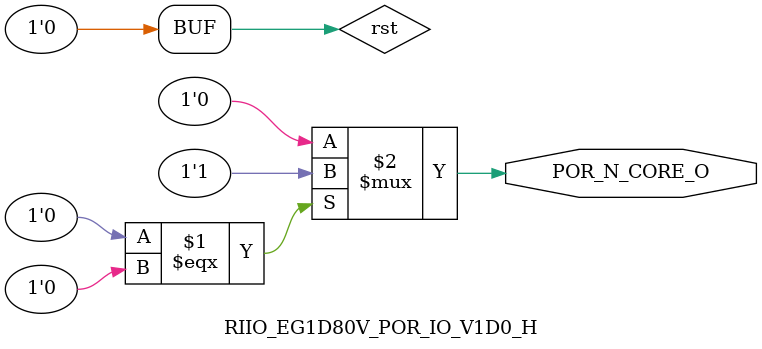
<source format=v>
`timescale 1ns/10ps
`celldefine
module RIIO_EG1D80V_POR_IO_V1D0_H(
	
		  POR_N_CORE_O
	
`ifdef USE_PG_PIN
		, VDDIO
		, VSSIO
		, VDD
		, VSS
		, VDDIO_POR
		, VSSIO_POR
		, VDD_POR
		, VSS_POR
`endif// USE_PG_PIN
);

	
	//outputs
output
`ifdef USE_AMS_EXTENSION
`ifdef INCA
    (* integer supplySensitivity = "VDD_POR";
	   integer groundSensitivity = "VSS_POR"; *)
`endif//INCA
`endif//USE_AMS_EXTENSION
  POR_N_CORE_O;



`ifdef USE_PG_PIN
	// supply
inout 
`ifdef USE_AMS_EXTENSION
`ifdef INCA
    (* integer inh_conn_prop_name = "vddio";
       integer inh_conn_def_value = "cds_globals.\\VDDIO! "; *)
`endif//INCA
`endif//USE_AMS_EXTENSION
  VDDIO;
inout 
`ifdef USE_AMS_EXTENSION
`ifdef INCA
    (* integer inh_conn_prop_name = "vssio";
       integer inh_conn_def_value = "cds_globals.\\VSSIO! "; *)
`endif//INCA
`endif//USE_AMS_EXTENSION
  VSSIO;
inout 
`ifdef USE_AMS_EXTENSION
`ifdef INCA
    (* integer inh_conn_prop_name = "vdd";
       integer inh_conn_def_value = "cds_globals.\\VDD! "; *)
`endif//INCA
`endif//USE_AMS_EXTENSION
  VDD;
inout 
`ifdef USE_AMS_EXTENSION
`ifdef INCA
    (* integer inh_conn_prop_name = "vss";
       integer inh_conn_def_value = "cds_globals.\\VSS! "; *)
`endif//INCA
`endif//USE_AMS_EXTENSION
  VSS;
  
inout 
`ifdef USE_AMS_EXTENSION
`ifdef INCA
    (* integer inh_conn_prop_name = "vddio_por";
       integer inh_conn_def_value = "cds_globals.\\VDDIO_POR! "; *)
`endif//INCA
`endif//USE_AMS_EXTENSION
  VDDIO_POR;
inout 
`ifdef USE_AMS_EXTENSION
`ifdef INCA
    (* integer inh_conn_prop_name = "vssio_por";
       integer inh_conn_def_value = "cds_globals.\\VSSIO_POR! "; *)
`endif//INCA
`endif//USE_AMS_EXTENSION
  VSSIO_POR;
inout 
`ifdef USE_AMS_EXTENSION
`ifdef INCA
    (* integer inh_conn_prop_name = "vdd_por";
       integer inh_conn_def_value = "cds_globals.\\VDD_POR! "; *)
`endif//INCA
`endif//USE_AMS_EXTENSION
  VDD_POR;
inout 
`ifdef USE_AMS_EXTENSION
`ifdef INCA
    (* integer inh_conn_prop_name = "vss_por";
       integer inh_conn_def_value = "cds_globals.\\VSS_POR! "; *)
`endif//INCA
`endif//USE_AMS_EXTENSION
  VSS_POR;
  
`endif// USE_PG_PIN


//////////////////////////////////////////////////////////
//MODEL
//////////////////////////////////////////////////////////

parameter DELAY = 20;

wire rst;
assign #(DELAY) rst = 1'b0;

assign POR_N_CORE_O = (rst===1'b0) ? 1'b1 : 1'b0;

endmodule
`endcelldefine

</source>
